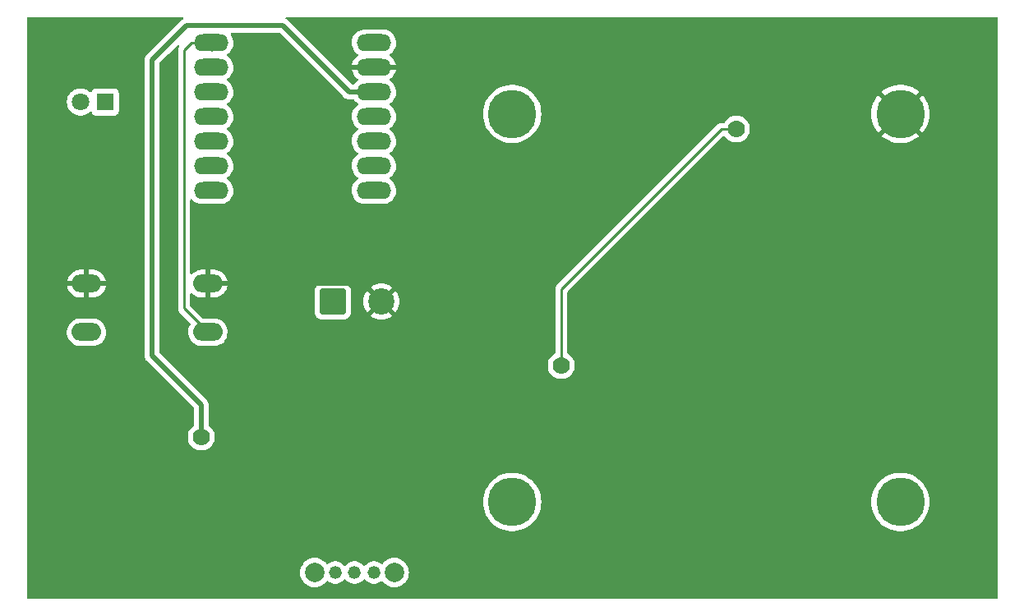
<source format=gbr>
%TF.GenerationSoftware,KiCad,Pcbnew,7.0.9*%
%TF.CreationDate,2024-02-01T23:09:16-08:00*%
%TF.ProjectId,Sensing Device,53656e73-696e-4672-9044-65766963652e,rev?*%
%TF.SameCoordinates,Original*%
%TF.FileFunction,Copper,L2,Bot*%
%TF.FilePolarity,Positive*%
%FSLAX46Y46*%
G04 Gerber Fmt 4.6, Leading zero omitted, Abs format (unit mm)*
G04 Created by KiCad (PCBNEW 7.0.9) date 2024-02-01 23:09:16*
%MOMM*%
%LPD*%
G01*
G04 APERTURE LIST*
G04 Aperture macros list*
%AMRoundRect*
0 Rectangle with rounded corners*
0 $1 Rounding radius*
0 $2 $3 $4 $5 $6 $7 $8 $9 X,Y pos of 4 corners*
0 Add a 4 corners polygon primitive as box body*
4,1,4,$2,$3,$4,$5,$6,$7,$8,$9,$2,$3,0*
0 Add four circle primitives for the rounded corners*
1,1,$1+$1,$2,$3*
1,1,$1+$1,$4,$5*
1,1,$1+$1,$6,$7*
1,1,$1+$1,$8,$9*
0 Add four rect primitives between the rounded corners*
20,1,$1+$1,$2,$3,$4,$5,0*
20,1,$1+$1,$4,$5,$6,$7,0*
20,1,$1+$1,$6,$7,$8,$9,0*
20,1,$1+$1,$8,$9,$2,$3,0*%
G04 Aperture macros list end*
%TA.AperFunction,ComponentPad*%
%ADD10O,3.048000X1.850000*%
%TD*%
%TA.AperFunction,ComponentPad*%
%ADD11C,1.320800*%
%TD*%
%TA.AperFunction,ComponentPad*%
%ADD12C,2.006600*%
%TD*%
%TA.AperFunction,ComponentPad*%
%ADD13O,3.556000X1.778000*%
%TD*%
%TA.AperFunction,ComponentPad*%
%ADD14RoundRect,0.250001X-1.099999X-1.099999X1.099999X-1.099999X1.099999X1.099999X-1.099999X1.099999X0*%
%TD*%
%TA.AperFunction,ComponentPad*%
%ADD15C,2.700000*%
%TD*%
%TA.AperFunction,ComponentPad*%
%ADD16C,5.000000*%
%TD*%
%TA.AperFunction,ComponentPad*%
%ADD17C,1.800000*%
%TD*%
%TA.AperFunction,ComponentPad*%
%ADD18R,1.800000X1.800000*%
%TD*%
%TA.AperFunction,ViaPad*%
%ADD19C,1.778000*%
%TD*%
%TA.AperFunction,Conductor*%
%ADD20C,0.254000*%
%TD*%
%TA.AperFunction,Conductor*%
%ADD21C,0.500000*%
%TD*%
G04 APERTURE END LIST*
D10*
%TO.P,SW1,1,A*%
%TO.N,GND*%
X66150000Y-67500000D03*
X78650000Y-67500000D03*
%TO.P,SW1,2,B*%
%TO.N,/Button*%
X66150000Y-72500000D03*
X78650000Y-72500000D03*
%TD*%
D11*
%TO.P,SW2,1,A*%
%TO.N,VCC*%
X91764099Y-97282000D03*
%TO.P,SW2,2,B*%
%TO.N,Net-(BT1-+)*%
X93764100Y-97282000D03*
%TO.P,SW2,3,C*%
%TO.N,unconnected-(SW2-C-Pad3)*%
X95764101Y-97282000D03*
D12*
%TO.P,SW2,4*%
%TO.N,N/C*%
X89662000Y-97282000D03*
%TO.P,SW2,5*%
X97866200Y-97282000D03*
%TD*%
D13*
%TO.P,U1,14,GPIO44_D7_RX*%
%TO.N,unconnected-(U1-GPIO44_D7_RX-Pad14)*%
X95758000Y-57912000D03*
%TO.P,U1,13,GPIO7_A8_D8_SCK*%
%TO.N,/Id*%
X95758000Y-55372000D03*
%TO.P,U1,12,GPIO8_A9_D9_CIPO*%
%TO.N,unconnected-(U1-GPIO8_A9_D9_CIPO-Pad12)*%
X95758000Y-52832000D03*
%TO.P,U1,11,GPIO9_A10_D10_COPI*%
%TO.N,unconnected-(U1-GPIO9_A10_D10_COPI-Pad11)*%
X95758000Y-50292000D03*
%TO.P,U1,10,3V3*%
%TO.N,/3V3*%
X95758000Y-47752000D03*
%TO.P,U1,9,GND*%
%TO.N,GND*%
X95758000Y-45212000D03*
%TO.P,U1,8,5V*%
%TO.N,unconnected-(U1-5V-Pad8)*%
X95758000Y-42672000D03*
%TO.P,U1,7,GPIO43_TX_D6*%
%TO.N,unconnected-(U1-GPIO43_TX_D6-Pad7)*%
X78994000Y-57912000D03*
%TO.P,U1,6,GPIO6_A5_D5_SCL*%
%TO.N,/SCL_XIAO*%
X78994000Y-55372000D03*
%TO.P,U1,5,GPIO4_A3_D3_SDA*%
%TO.N,/SDA_XIAO*%
X78994000Y-52832000D03*
%TO.P,U1,4,GPIO4_A3_D3*%
%TO.N,/LED*%
X78994000Y-50292000D03*
%TO.P,U1,3,GPIO3_A2_D2*%
%TO.N,unconnected-(U1-GPIO3_A2_D2-Pad3)*%
X78994000Y-47752000D03*
%TO.P,U1,2,GPIO2_A1_D1*%
%TO.N,unconnected-(U1-GPIO2_A1_D1-Pad2)*%
X78994000Y-45212000D03*
%TO.P,U1,1,GPIO1_A0_D0*%
%TO.N,/Button*%
X78994000Y-42672000D03*
%TD*%
D14*
%TO.P,J1,1,Pin_1*%
%TO.N,VCC*%
X91520000Y-69342000D03*
D15*
%TO.P,J1,2,Pin_2*%
%TO.N,GND*%
X96520000Y-69342000D03*
%TD*%
D16*
%TO.P,J2,4*%
%TO.N,N/C*%
X150000000Y-90000000D03*
%TO.P,J2,3*%
X110000000Y-90000000D03*
%TO.P,J2,2,Pin_2*%
%TO.N,GND*%
X150000000Y-50000000D03*
%TO.P,J2,1,Pin_1*%
%TO.N,/Id*%
X110000000Y-50000000D03*
%TD*%
D17*
%TO.P,D1,2,A*%
%TO.N,/LED*%
X65532000Y-48768000D03*
D18*
%TO.P,D1,1,K*%
%TO.N,Net-(D1-K)*%
X68072000Y-48768000D03*
%TD*%
D19*
%TO.N,Net-(C1-Pad1)*%
X133096000Y-51562000D03*
X115062000Y-75946000D03*
%TO.N,/3V3*%
X77978000Y-83312000D03*
%TD*%
D20*
%TO.N,/Button*%
X76200000Y-43434000D02*
X76962000Y-42672000D01*
X76962000Y-42672000D02*
X79756000Y-42672000D01*
D21*
%TO.N,GND*%
X78662000Y-67488000D02*
X94666000Y-67488000D01*
X94666000Y-67488000D02*
X96520000Y-69342000D01*
X78650000Y-67500000D02*
X78662000Y-67488000D01*
D20*
%TO.N,Net-(C1-Pad1)*%
X115062000Y-68072000D02*
X131572000Y-51562000D01*
X131572000Y-51562000D02*
X133096000Y-51562000D01*
X115062000Y-75946000D02*
X115062000Y-68072000D01*
%TO.N,/Button*%
X76200000Y-70050000D02*
X76200000Y-43434000D01*
X78994000Y-43434000D02*
X79756000Y-42672000D01*
X78650000Y-72500000D02*
X76200000Y-70050000D01*
D21*
%TO.N,/3V3*%
X77978000Y-80010000D02*
X72898000Y-74930000D01*
X72898000Y-74930000D02*
X72898000Y-44450000D01*
X76454000Y-40894000D02*
X86360000Y-40894000D01*
X93218000Y-47752000D02*
X94996000Y-47752000D01*
X86360000Y-40894000D02*
X93218000Y-47752000D01*
X77978000Y-83312000D02*
X77978000Y-80010000D01*
X72898000Y-44450000D02*
X76454000Y-40894000D01*
%TD*%
%TA.AperFunction,Conductor*%
%TO.N,GND*%
G36*
X76099586Y-40020185D02*
G01*
X76145341Y-40072989D01*
X76155285Y-40142147D01*
X76126260Y-40205703D01*
X76100689Y-40228098D01*
X76050709Y-40260970D01*
X75985344Y-40301289D01*
X75979677Y-40305770D01*
X75979641Y-40305724D01*
X75973798Y-40310484D01*
X75973835Y-40310528D01*
X75968310Y-40315164D01*
X75915597Y-40371035D01*
X72412358Y-43874272D01*
X72398729Y-43886051D01*
X72379468Y-43900390D01*
X72345898Y-43940397D01*
X72342253Y-43944376D01*
X72336409Y-43950222D01*
X72316059Y-43975959D01*
X72266695Y-44034789D01*
X72262729Y-44040819D01*
X72262682Y-44040788D01*
X72258630Y-44047147D01*
X72258679Y-44047177D01*
X72254889Y-44053321D01*
X72222424Y-44122941D01*
X72187960Y-44191566D01*
X72185488Y-44198357D01*
X72185432Y-44198336D01*
X72182960Y-44205450D01*
X72183015Y-44205469D01*
X72180742Y-44212327D01*
X72172975Y-44249946D01*
X72165207Y-44287565D01*
X72152236Y-44342296D01*
X72147498Y-44362286D01*
X72146661Y-44369454D01*
X72146601Y-44369447D01*
X72145835Y-44376945D01*
X72145895Y-44376951D01*
X72145265Y-44384140D01*
X72147500Y-44460916D01*
X72147500Y-74866294D01*
X72146191Y-74884263D01*
X72142710Y-74908025D01*
X72147264Y-74960064D01*
X72147500Y-74965470D01*
X72147500Y-74973709D01*
X72151306Y-75006274D01*
X72158000Y-75082791D01*
X72159461Y-75089867D01*
X72159403Y-75089878D01*
X72161034Y-75097237D01*
X72161092Y-75097224D01*
X72162757Y-75104250D01*
X72189025Y-75176424D01*
X72213185Y-75249331D01*
X72216236Y-75255874D01*
X72216182Y-75255898D01*
X72219470Y-75262688D01*
X72219521Y-75262663D01*
X72222761Y-75269113D01*
X72222762Y-75269114D01*
X72222763Y-75269117D01*
X72231503Y-75282405D01*
X72264965Y-75333283D01*
X72305287Y-75398655D01*
X72309766Y-75404319D01*
X72309719Y-75404356D01*
X72314482Y-75410202D01*
X72314528Y-75410164D01*
X72319173Y-75415700D01*
X72375017Y-75468385D01*
X77191181Y-80284549D01*
X77224666Y-80345872D01*
X77227500Y-80372230D01*
X77227500Y-82074741D01*
X77207815Y-82141780D01*
X77179663Y-82172594D01*
X77033694Y-82286206D01*
X77033689Y-82286211D01*
X76877728Y-82455629D01*
X76751782Y-82648405D01*
X76659282Y-82859285D01*
X76602753Y-83082515D01*
X76583738Y-83311994D01*
X76583738Y-83312005D01*
X76602753Y-83541484D01*
X76659282Y-83764714D01*
X76751782Y-83975594D01*
X76877728Y-84168370D01*
X76877731Y-84168373D01*
X77033692Y-84337792D01*
X77215411Y-84479229D01*
X77417931Y-84588828D01*
X77531025Y-84627653D01*
X77635725Y-84663597D01*
X77635727Y-84663597D01*
X77635729Y-84663598D01*
X77862863Y-84701500D01*
X77862864Y-84701500D01*
X78093136Y-84701500D01*
X78093137Y-84701500D01*
X78320271Y-84663598D01*
X78538069Y-84588828D01*
X78740589Y-84479229D01*
X78922308Y-84337792D01*
X79078269Y-84168373D01*
X79204217Y-83975595D01*
X79296717Y-83764716D01*
X79353246Y-83541488D01*
X79372262Y-83312000D01*
X79353246Y-83082512D01*
X79296717Y-82859284D01*
X79204217Y-82648405D01*
X79078271Y-82455629D01*
X79051355Y-82426390D01*
X78922308Y-82286208D01*
X78873753Y-82248416D01*
X78776337Y-82172594D01*
X78735524Y-82115884D01*
X78728500Y-82074741D01*
X78728500Y-80073705D01*
X78729809Y-80055735D01*
X78730129Y-80053547D01*
X78733289Y-80031977D01*
X78728735Y-79979931D01*
X78728500Y-79974528D01*
X78728500Y-79966297D01*
X78728500Y-79966291D01*
X78724693Y-79933724D01*
X78717999Y-79857203D01*
X78717999Y-79857201D01*
X78716539Y-79850129D01*
X78716597Y-79850116D01*
X78714965Y-79842757D01*
X78714906Y-79842772D01*
X78713242Y-79835753D01*
X78713241Y-79835745D01*
X78686974Y-79763576D01*
X78662814Y-79690666D01*
X78662809Y-79690659D01*
X78659760Y-79684118D01*
X78659815Y-79684091D01*
X78656533Y-79677313D01*
X78656480Y-79677340D01*
X78653235Y-79670880D01*
X78611028Y-79606708D01*
X78570710Y-79541342D01*
X78566234Y-79535682D01*
X78566281Y-79535644D01*
X78561519Y-79529799D01*
X78561474Y-79529838D01*
X78556834Y-79524308D01*
X78500964Y-79471596D01*
X74975373Y-75946005D01*
X113667738Y-75946005D01*
X113686753Y-76175484D01*
X113743282Y-76398714D01*
X113835782Y-76609594D01*
X113961728Y-76802370D01*
X113961731Y-76802373D01*
X114117692Y-76971792D01*
X114299411Y-77113229D01*
X114501931Y-77222828D01*
X114615025Y-77261653D01*
X114719725Y-77297597D01*
X114719727Y-77297597D01*
X114719729Y-77297598D01*
X114946863Y-77335500D01*
X114946864Y-77335500D01*
X115177136Y-77335500D01*
X115177137Y-77335500D01*
X115404271Y-77297598D01*
X115622069Y-77222828D01*
X115824589Y-77113229D01*
X116006308Y-76971792D01*
X116162269Y-76802373D01*
X116288217Y-76609595D01*
X116380717Y-76398716D01*
X116437246Y-76175488D01*
X116456262Y-75946000D01*
X116437246Y-75716512D01*
X116380717Y-75493284D01*
X116288217Y-75282405D01*
X116270899Y-75255898D01*
X116162271Y-75089629D01*
X116055559Y-74973709D01*
X116006308Y-74920208D01*
X115937039Y-74866294D01*
X115824591Y-74778772D01*
X115824586Y-74778769D01*
X115754481Y-74740829D01*
X115704891Y-74691609D01*
X115689500Y-74631775D01*
X115689500Y-68383281D01*
X115709185Y-68316242D01*
X115725819Y-68295600D01*
X117946419Y-66075000D01*
X131732586Y-52288832D01*
X131793907Y-52255349D01*
X131863599Y-52260333D01*
X131919532Y-52302205D01*
X131924074Y-52308694D01*
X131995728Y-52418370D01*
X132036102Y-52462227D01*
X132151692Y-52587792D01*
X132333411Y-52729229D01*
X132535931Y-52838828D01*
X132649025Y-52877653D01*
X132753725Y-52913597D01*
X132753727Y-52913597D01*
X132753729Y-52913598D01*
X132980863Y-52951500D01*
X132980864Y-52951500D01*
X133211136Y-52951500D01*
X133211137Y-52951500D01*
X133438271Y-52913598D01*
X133656069Y-52838828D01*
X133858589Y-52729229D01*
X134040308Y-52587792D01*
X134196269Y-52418373D01*
X134322217Y-52225595D01*
X134414717Y-52014716D01*
X134471246Y-51791488D01*
X134485907Y-51614561D01*
X134490262Y-51562005D01*
X134490262Y-51561994D01*
X134474932Y-51376994D01*
X134471246Y-51332512D01*
X134414717Y-51109284D01*
X134322217Y-50898405D01*
X134309096Y-50878322D01*
X134196271Y-50705629D01*
X134169355Y-50676390D01*
X134040308Y-50536208D01*
X133954121Y-50469126D01*
X133858591Y-50394772D01*
X133656069Y-50285172D01*
X133656061Y-50285169D01*
X133438274Y-50210402D01*
X133267920Y-50181975D01*
X133211137Y-50172500D01*
X132980863Y-50172500D01*
X132935436Y-50180080D01*
X132753725Y-50210402D01*
X132535938Y-50285169D01*
X132535930Y-50285172D01*
X132333408Y-50394772D01*
X132151694Y-50536206D01*
X132151689Y-50536211D01*
X131995731Y-50705627D01*
X131882904Y-50878322D01*
X131829757Y-50923678D01*
X131779095Y-50934500D01*
X131654967Y-50934500D01*
X131639318Y-50932772D01*
X131639292Y-50933054D01*
X131631524Y-50932319D01*
X131562140Y-50934500D01*
X131532522Y-50934500D01*
X131525618Y-50935371D01*
X131519800Y-50935829D01*
X131473057Y-50937298D01*
X131453713Y-50942918D01*
X131434669Y-50946862D01*
X131431709Y-50947235D01*
X131414707Y-50949384D01*
X131414703Y-50949385D01*
X131414700Y-50949386D01*
X131371235Y-50966594D01*
X131365710Y-50968485D01*
X131320809Y-50981531D01*
X131320806Y-50981533D01*
X131303480Y-50991779D01*
X131286010Y-51000337D01*
X131267298Y-51007745D01*
X131229463Y-51035233D01*
X131224580Y-51038440D01*
X131184346Y-51062234D01*
X131170106Y-51076474D01*
X131155320Y-51089102D01*
X131139033Y-51100936D01*
X131139032Y-51100936D01*
X131109227Y-51136963D01*
X131105295Y-51141285D01*
X114676953Y-67569626D01*
X114664669Y-67579469D01*
X114664849Y-67579687D01*
X114658838Y-67584659D01*
X114611322Y-67635258D01*
X114590375Y-67656205D01*
X114586106Y-67661709D01*
X114582315Y-67666147D01*
X114550308Y-67700230D01*
X114550305Y-67700234D01*
X114540606Y-67717877D01*
X114529928Y-67734133D01*
X114517594Y-67750034D01*
X114517589Y-67750042D01*
X114499025Y-67792943D01*
X114496454Y-67798191D01*
X114473927Y-67839167D01*
X114468920Y-67858668D01*
X114462621Y-67877064D01*
X114455893Y-67892612D01*
X114454625Y-67895544D01*
X114454624Y-67895546D01*
X114447312Y-67941716D01*
X114446127Y-67947438D01*
X114434500Y-67992723D01*
X114434500Y-68012858D01*
X114432973Y-68032255D01*
X114429825Y-68052133D01*
X114434225Y-68098677D01*
X114434500Y-68104515D01*
X114434500Y-74631775D01*
X114414815Y-74698814D01*
X114369519Y-74740829D01*
X114299413Y-74778769D01*
X114299408Y-74778772D01*
X114117694Y-74920206D01*
X114117689Y-74920211D01*
X113961728Y-75089629D01*
X113835782Y-75282405D01*
X113743282Y-75493285D01*
X113686753Y-75716515D01*
X113667738Y-75945994D01*
X113667738Y-75946005D01*
X74975373Y-75946005D01*
X73684819Y-74655451D01*
X73651334Y-74594128D01*
X73648500Y-74567770D01*
X73648500Y-44812229D01*
X73668185Y-44745190D01*
X73684819Y-44724548D01*
X74581990Y-43827377D01*
X75488805Y-42920561D01*
X75550126Y-42887078D01*
X75619818Y-42892062D01*
X75675751Y-42933934D01*
X75700168Y-42999398D01*
X75685316Y-43067671D01*
X75685145Y-43067984D01*
X75678607Y-43079876D01*
X75667928Y-43096133D01*
X75655594Y-43112034D01*
X75655589Y-43112042D01*
X75637025Y-43154943D01*
X75634454Y-43160191D01*
X75611927Y-43201167D01*
X75606920Y-43220668D01*
X75600621Y-43239064D01*
X75593893Y-43254612D01*
X75592625Y-43257544D01*
X75592624Y-43257546D01*
X75585312Y-43303716D01*
X75584127Y-43309438D01*
X75572500Y-43354723D01*
X75572500Y-43374858D01*
X75570973Y-43394257D01*
X75567825Y-43414131D01*
X75572225Y-43460677D01*
X75572500Y-43466515D01*
X75572500Y-69967032D01*
X75570772Y-69982681D01*
X75571054Y-69982708D01*
X75570319Y-69990475D01*
X75572500Y-70059859D01*
X75572500Y-70089477D01*
X75573371Y-70096380D01*
X75573829Y-70102199D01*
X75575298Y-70148942D01*
X75580916Y-70168275D01*
X75584862Y-70187329D01*
X75587383Y-70207287D01*
X75587386Y-70207299D01*
X75604595Y-70250765D01*
X75606487Y-70256293D01*
X75619530Y-70301187D01*
X75619530Y-70301188D01*
X75629777Y-70318515D01*
X75638335Y-70335985D01*
X75645745Y-70354701D01*
X75673229Y-70392529D01*
X75676437Y-70397413D01*
X75700234Y-70437652D01*
X75700240Y-70437660D01*
X75714469Y-70451888D01*
X75727109Y-70466687D01*
X75738934Y-70482964D01*
X75738936Y-70482965D01*
X75738937Y-70482967D01*
X75774957Y-70512765D01*
X75779268Y-70516687D01*
X76317396Y-71054815D01*
X76833632Y-71571051D01*
X76867117Y-71632374D01*
X76862133Y-71702066D01*
X76845649Y-71732463D01*
X76832759Y-71749892D01*
X76723515Y-71966565D01*
X76723512Y-71966571D01*
X76652456Y-72198594D01*
X76621635Y-72439281D01*
X76631933Y-72681715D01*
X76631933Y-72681719D01*
X76683056Y-72918929D01*
X76683057Y-72918932D01*
X76773530Y-73144082D01*
X76900757Y-73350713D01*
X77061075Y-73532869D01*
X77061079Y-73532873D01*
X77249870Y-73685311D01*
X77461709Y-73803652D01*
X77461712Y-73803653D01*
X77690507Y-73884491D01*
X77690513Y-73884492D01*
X77929662Y-73925499D01*
X77929670Y-73925499D01*
X77929672Y-73925500D01*
X77929673Y-73925500D01*
X79309559Y-73925500D01*
X79490775Y-73910076D01*
X79490775Y-73910075D01*
X79490782Y-73910075D01*
X79725608Y-73848931D01*
X79725611Y-73848930D01*
X79946713Y-73748986D01*
X79946716Y-73748983D01*
X79946723Y-73748981D01*
X80147765Y-73613100D01*
X80322952Y-73445197D01*
X80467244Y-73250102D01*
X80576488Y-73033429D01*
X80647543Y-72801409D01*
X80678365Y-72560719D01*
X80668066Y-72318281D01*
X80616944Y-72081072D01*
X80526468Y-71855914D01*
X80399242Y-71649286D01*
X80238925Y-71467131D01*
X80238924Y-71467130D01*
X80238920Y-71467126D01*
X80050129Y-71314688D01*
X79838290Y-71196347D01*
X79609500Y-71115511D01*
X79609486Y-71115507D01*
X79370337Y-71074500D01*
X79370328Y-71074500D01*
X78163281Y-71074500D01*
X78096242Y-71054815D01*
X78075600Y-71038181D01*
X77529434Y-70492015D01*
X89669500Y-70492015D01*
X89680000Y-70594795D01*
X89680001Y-70594796D01*
X89735186Y-70761335D01*
X89735187Y-70761337D01*
X89827286Y-70910651D01*
X89827289Y-70910655D01*
X89951344Y-71034710D01*
X89951348Y-71034713D01*
X90100662Y-71126812D01*
X90100664Y-71126813D01*
X90100666Y-71126814D01*
X90267203Y-71181999D01*
X90369992Y-71192500D01*
X90369997Y-71192500D01*
X92670003Y-71192500D01*
X92670008Y-71192500D01*
X92772797Y-71181999D01*
X92939334Y-71126814D01*
X93088655Y-71034711D01*
X93212711Y-70910655D01*
X93304814Y-70761334D01*
X93359999Y-70594797D01*
X93370500Y-70492008D01*
X93370500Y-69342001D01*
X94665274Y-69342001D01*
X94684152Y-69605960D01*
X94740400Y-69864528D01*
X94832884Y-70112487D01*
X94959701Y-70344735D01*
X94959706Y-70344743D01*
X95047038Y-70461406D01*
X95047039Y-70461406D01*
X95768766Y-69739679D01*
X95812316Y-69821822D01*
X95932009Y-69962735D01*
X96079195Y-70074623D01*
X96121402Y-70094150D01*
X95400592Y-70814959D01*
X95400593Y-70814960D01*
X95517256Y-70902293D01*
X95517264Y-70902298D01*
X95749513Y-71029115D01*
X95749512Y-71029115D01*
X95997471Y-71121599D01*
X96256039Y-71177847D01*
X96519999Y-71196726D01*
X96520001Y-71196726D01*
X96783960Y-71177847D01*
X97042528Y-71121599D01*
X97290487Y-71029115D01*
X97522735Y-70902298D01*
X97522736Y-70902297D01*
X97639406Y-70814959D01*
X96918609Y-70094161D01*
X97037431Y-70022669D01*
X97171658Y-69895523D01*
X97274861Y-69743308D01*
X97992959Y-70461406D01*
X98080297Y-70344736D01*
X98080298Y-70344735D01*
X98207115Y-70112487D01*
X98299599Y-69864528D01*
X98355847Y-69605960D01*
X98374726Y-69342001D01*
X98374726Y-69341998D01*
X98355847Y-69078039D01*
X98299599Y-68819471D01*
X98207115Y-68571512D01*
X98080298Y-68339264D01*
X98080293Y-68339256D01*
X97992960Y-68222593D01*
X97992959Y-68222592D01*
X97271232Y-68944319D01*
X97227684Y-68862178D01*
X97107991Y-68721265D01*
X96960805Y-68609377D01*
X96918596Y-68589849D01*
X97639406Y-67869039D01*
X97639406Y-67869038D01*
X97522743Y-67781706D01*
X97522735Y-67781701D01*
X97290486Y-67654884D01*
X97290487Y-67654884D01*
X97042528Y-67562400D01*
X96783960Y-67506152D01*
X96520001Y-67487274D01*
X96519999Y-67487274D01*
X96256039Y-67506152D01*
X95997471Y-67562400D01*
X95749512Y-67654884D01*
X95517264Y-67781701D01*
X95400593Y-67869039D01*
X96121391Y-68589837D01*
X96002569Y-68661331D01*
X95868342Y-68788477D01*
X95765138Y-68940692D01*
X95047039Y-68222593D01*
X94959701Y-68339264D01*
X94832884Y-68571512D01*
X94740400Y-68819471D01*
X94684152Y-69078039D01*
X94665274Y-69341998D01*
X94665274Y-69342001D01*
X93370500Y-69342001D01*
X93370500Y-68191992D01*
X93359999Y-68089203D01*
X93304814Y-67922666D01*
X93302420Y-67918785D01*
X93212713Y-67773348D01*
X93212710Y-67773344D01*
X93088655Y-67649289D01*
X93088651Y-67649286D01*
X92939337Y-67557187D01*
X92939335Y-67557186D01*
X92856065Y-67529593D01*
X92772797Y-67502001D01*
X92772795Y-67502000D01*
X92670015Y-67491500D01*
X92670008Y-67491500D01*
X90369992Y-67491500D01*
X90369984Y-67491500D01*
X90267204Y-67502000D01*
X90267203Y-67502001D01*
X90100664Y-67557186D01*
X90100662Y-67557187D01*
X89951348Y-67649286D01*
X89951344Y-67649289D01*
X89827289Y-67773344D01*
X89827286Y-67773348D01*
X89735187Y-67922662D01*
X89735186Y-67922664D01*
X89680001Y-68089203D01*
X89680000Y-68089204D01*
X89669500Y-68191984D01*
X89669500Y-70492015D01*
X77529434Y-70492015D01*
X76863819Y-69826400D01*
X76830334Y-69765077D01*
X76827500Y-69738719D01*
X76827500Y-68595298D01*
X76847185Y-68528259D01*
X76899989Y-68482504D01*
X76969147Y-68472560D01*
X77032703Y-68501585D01*
X77044584Y-68513375D01*
X77061423Y-68532508D01*
X77061426Y-68532511D01*
X77250144Y-68684890D01*
X77250150Y-68684894D01*
X77461917Y-68803194D01*
X77690629Y-68884003D01*
X77690637Y-68884005D01*
X77929706Y-68924999D01*
X77929715Y-68925000D01*
X78400000Y-68925000D01*
X78400000Y-68104310D01*
X78408817Y-68109158D01*
X78567886Y-68150000D01*
X78690894Y-68150000D01*
X78812933Y-68134583D01*
X78900000Y-68100110D01*
X78900000Y-68925000D01*
X79309539Y-68925000D01*
X79490692Y-68909582D01*
X79725440Y-68848458D01*
X79946472Y-68748546D01*
X79946480Y-68748541D01*
X80147450Y-68612708D01*
X80147453Y-68612706D01*
X80322575Y-68444864D01*
X80322576Y-68444863D01*
X80466813Y-68249843D01*
X80576021Y-68033242D01*
X80647053Y-67801299D01*
X80653622Y-67750000D01*
X79250728Y-67750000D01*
X79273100Y-67702457D01*
X79303873Y-67541138D01*
X79293561Y-67377234D01*
X79252220Y-67250000D01*
X80652839Y-67250000D01*
X80616463Y-67081217D01*
X80616462Y-67081214D01*
X80526021Y-66856143D01*
X80398838Y-66649584D01*
X80238577Y-66467492D01*
X80238573Y-66467488D01*
X80049855Y-66315109D01*
X80049849Y-66315105D01*
X79838082Y-66196805D01*
X79609370Y-66115996D01*
X79609362Y-66115994D01*
X79370293Y-66075000D01*
X78900000Y-66075000D01*
X78900000Y-66895689D01*
X78891183Y-66890842D01*
X78732114Y-66850000D01*
X78609106Y-66850000D01*
X78487067Y-66865417D01*
X78400000Y-66899889D01*
X78400000Y-66075000D01*
X77990461Y-66075000D01*
X77809307Y-66090417D01*
X77574559Y-66151541D01*
X77353527Y-66251453D01*
X77353519Y-66251458D01*
X77152549Y-66387291D01*
X77152547Y-66387293D01*
X77037300Y-66497749D01*
X76975280Y-66529924D01*
X76905710Y-66523462D01*
X76850678Y-66480413D01*
X76827656Y-66414445D01*
X76827500Y-66408226D01*
X76827500Y-58892208D01*
X76847185Y-58825169D01*
X76899989Y-58779414D01*
X76969147Y-58769470D01*
X77032703Y-58798495D01*
X77044576Y-58810277D01*
X77140075Y-58918785D01*
X77140076Y-58918786D01*
X77140079Y-58918789D01*
X77324102Y-59067377D01*
X77530594Y-59182730D01*
X77753611Y-59261527D01*
X77753617Y-59261528D01*
X77986726Y-59301499D01*
X77986734Y-59301499D01*
X77986736Y-59301500D01*
X77986737Y-59301500D01*
X79942033Y-59301500D01*
X80118671Y-59286466D01*
X80118674Y-59286465D01*
X80118676Y-59286465D01*
X80347571Y-59226865D01*
X80563102Y-59129439D01*
X80759068Y-58996990D01*
X80929831Y-58833327D01*
X81070478Y-58643159D01*
X81176964Y-58431957D01*
X81246224Y-58205797D01*
X81276267Y-57971185D01*
X81266229Y-57734871D01*
X81216397Y-57503652D01*
X81128207Y-57284180D01*
X81004193Y-57082770D01*
X80847925Y-56905215D01*
X80847924Y-56905214D01*
X80847920Y-56905210D01*
X80663897Y-56756622D01*
X80649102Y-56748357D01*
X80600177Y-56698476D01*
X80585985Y-56630063D01*
X80611034Y-56564838D01*
X80640136Y-56537372D01*
X80759068Y-56456990D01*
X80929831Y-56293327D01*
X81070478Y-56103159D01*
X81176964Y-55891957D01*
X81246224Y-55665797D01*
X81276267Y-55431185D01*
X81266229Y-55194871D01*
X81216397Y-54963652D01*
X81128207Y-54744180D01*
X81004193Y-54542770D01*
X80847925Y-54365215D01*
X80847924Y-54365214D01*
X80847920Y-54365210D01*
X80663897Y-54216622D01*
X80649102Y-54208357D01*
X80600177Y-54158476D01*
X80585985Y-54090063D01*
X80611034Y-54024838D01*
X80640136Y-53997372D01*
X80759068Y-53916990D01*
X80929831Y-53753327D01*
X81070478Y-53563159D01*
X81176964Y-53351957D01*
X81246224Y-53125797D01*
X81276267Y-52891185D01*
X81266229Y-52654871D01*
X81216397Y-52423652D01*
X81128207Y-52204180D01*
X81004193Y-52002770D01*
X80847925Y-51825215D01*
X80847924Y-51825214D01*
X80847920Y-51825210D01*
X80663897Y-51676622D01*
X80649102Y-51668357D01*
X80600177Y-51618476D01*
X80585985Y-51550063D01*
X80611034Y-51484838D01*
X80640136Y-51457372D01*
X80759068Y-51376990D01*
X80929831Y-51213327D01*
X81070478Y-51023159D01*
X81176964Y-50811957D01*
X81246224Y-50585797D01*
X81276267Y-50351185D01*
X81266229Y-50114871D01*
X81216397Y-49883652D01*
X81128207Y-49664180D01*
X81004193Y-49462770D01*
X80847925Y-49285215D01*
X80847924Y-49285214D01*
X80847920Y-49285210D01*
X80663897Y-49136622D01*
X80649102Y-49128357D01*
X80600177Y-49078476D01*
X80585985Y-49010063D01*
X80611034Y-48944838D01*
X80640136Y-48917372D01*
X80759068Y-48836990D01*
X80929831Y-48673327D01*
X81070478Y-48483159D01*
X81176964Y-48271957D01*
X81246224Y-48045797D01*
X81276267Y-47811185D01*
X81266229Y-47574871D01*
X81216397Y-47343652D01*
X81128207Y-47124180D01*
X81004193Y-46922770D01*
X80847925Y-46745215D01*
X80847924Y-46745214D01*
X80847920Y-46745210D01*
X80663897Y-46596622D01*
X80649102Y-46588357D01*
X80600177Y-46538476D01*
X80585985Y-46470063D01*
X80611034Y-46404838D01*
X80640136Y-46377372D01*
X80759068Y-46296990D01*
X80929831Y-46133327D01*
X81070478Y-45943159D01*
X81176964Y-45731957D01*
X81246224Y-45505797D01*
X81276267Y-45271185D01*
X81266229Y-45034871D01*
X81216397Y-44803652D01*
X81128207Y-44584180D01*
X81004193Y-44382770D01*
X80847925Y-44205215D01*
X80847924Y-44205214D01*
X80847920Y-44205210D01*
X80663897Y-44056622D01*
X80649102Y-44048357D01*
X80600177Y-43998476D01*
X80585985Y-43930063D01*
X80611034Y-43864838D01*
X80640136Y-43837372D01*
X80759068Y-43756990D01*
X80929831Y-43593327D01*
X81070478Y-43403159D01*
X81176964Y-43191957D01*
X81246224Y-42965797D01*
X81276267Y-42731185D01*
X81266229Y-42494871D01*
X81216397Y-42263652D01*
X81128207Y-42044180D01*
X81004193Y-41842770D01*
X81004189Y-41842763D01*
X81003799Y-41842236D01*
X81003702Y-41841973D01*
X81001431Y-41838284D01*
X81002181Y-41837821D01*
X80979760Y-41776632D01*
X80995006Y-41708446D01*
X81044695Y-41659327D01*
X81103493Y-41644500D01*
X85997770Y-41644500D01*
X86064809Y-41664185D01*
X86085451Y-41680819D01*
X92642267Y-48237634D01*
X92654048Y-48251266D01*
X92668390Y-48270530D01*
X92708420Y-48304119D01*
X92712392Y-48307759D01*
X92716332Y-48311699D01*
X92718224Y-48313591D01*
X92718227Y-48313594D01*
X92743947Y-48333931D01*
X92802788Y-48383304D01*
X92808818Y-48387270D01*
X92808785Y-48387319D01*
X92815143Y-48391369D01*
X92815175Y-48391319D01*
X92821320Y-48395109D01*
X92821323Y-48395111D01*
X92890936Y-48427572D01*
X92959567Y-48462040D01*
X92959572Y-48462041D01*
X92966361Y-48464513D01*
X92966340Y-48464570D01*
X92973455Y-48467043D01*
X92973475Y-48466986D01*
X92980330Y-48469258D01*
X93047668Y-48483161D01*
X93055558Y-48484790D01*
X93130279Y-48502500D01*
X93130289Y-48502500D01*
X93137452Y-48503338D01*
X93137444Y-48503397D01*
X93144945Y-48504164D01*
X93144951Y-48504105D01*
X93152140Y-48504734D01*
X93152144Y-48504733D01*
X93152145Y-48504734D01*
X93228918Y-48502500D01*
X93630060Y-48502500D01*
X93697099Y-48522185D01*
X93735650Y-48561486D01*
X93747806Y-48581229D01*
X93904075Y-48758785D01*
X93904079Y-48758789D01*
X94035780Y-48865130D01*
X94088102Y-48907377D01*
X94102892Y-48915639D01*
X94151819Y-48965516D01*
X94166014Y-49033928D01*
X94140970Y-49099155D01*
X94111858Y-49126629D01*
X93992942Y-49207002D01*
X93992932Y-49207010D01*
X93822168Y-49370674D01*
X93681524Y-49560838D01*
X93681521Y-49560842D01*
X93575039Y-49772037D01*
X93575036Y-49772043D01*
X93505775Y-49998206D01*
X93475733Y-50232815D01*
X93485770Y-50469125D01*
X93485770Y-50469126D01*
X93535603Y-50700348D01*
X93615187Y-50898405D01*
X93623793Y-50919820D01*
X93668100Y-50991779D01*
X93747806Y-51121229D01*
X93904075Y-51298785D01*
X93904079Y-51298789D01*
X94088102Y-51447377D01*
X94102892Y-51455639D01*
X94151819Y-51505516D01*
X94166014Y-51573928D01*
X94140970Y-51639155D01*
X94111858Y-51666629D01*
X93992942Y-51747002D01*
X93992932Y-51747010D01*
X93822168Y-51910674D01*
X93681524Y-52100838D01*
X93681521Y-52100842D01*
X93575039Y-52312037D01*
X93575036Y-52312043D01*
X93505775Y-52538206D01*
X93475733Y-52772815D01*
X93485770Y-53009125D01*
X93485770Y-53009126D01*
X93535603Y-53240348D01*
X93623791Y-53459816D01*
X93747806Y-53661229D01*
X93904075Y-53838785D01*
X93904079Y-53838789D01*
X94088102Y-53987377D01*
X94102892Y-53995639D01*
X94151819Y-54045516D01*
X94166014Y-54113928D01*
X94140970Y-54179155D01*
X94111858Y-54206629D01*
X93992942Y-54287002D01*
X93992932Y-54287010D01*
X93822168Y-54450674D01*
X93681524Y-54640838D01*
X93681521Y-54640842D01*
X93575039Y-54852037D01*
X93575036Y-54852043D01*
X93505775Y-55078206D01*
X93475733Y-55312815D01*
X93485770Y-55549125D01*
X93485770Y-55549126D01*
X93535603Y-55780348D01*
X93623791Y-55999816D01*
X93747806Y-56201229D01*
X93904075Y-56378785D01*
X93904079Y-56378789D01*
X94088102Y-56527377D01*
X94102892Y-56535639D01*
X94151819Y-56585516D01*
X94166014Y-56653928D01*
X94140970Y-56719155D01*
X94111858Y-56746629D01*
X93992942Y-56827002D01*
X93992932Y-56827010D01*
X93822168Y-56990674D01*
X93681524Y-57180838D01*
X93681521Y-57180842D01*
X93575039Y-57392037D01*
X93575036Y-57392043D01*
X93505775Y-57618206D01*
X93475733Y-57852815D01*
X93485770Y-58089125D01*
X93485770Y-58089126D01*
X93535603Y-58320348D01*
X93623791Y-58539816D01*
X93747806Y-58741229D01*
X93904075Y-58918785D01*
X93904079Y-58918789D01*
X94088102Y-59067377D01*
X94294594Y-59182730D01*
X94517611Y-59261527D01*
X94517617Y-59261528D01*
X94750726Y-59301499D01*
X94750734Y-59301499D01*
X94750736Y-59301500D01*
X94750737Y-59301500D01*
X96706033Y-59301500D01*
X96882671Y-59286466D01*
X96882674Y-59286465D01*
X96882676Y-59286465D01*
X97111571Y-59226865D01*
X97327102Y-59129439D01*
X97523068Y-58996990D01*
X97693831Y-58833327D01*
X97834478Y-58643159D01*
X97940964Y-58431957D01*
X98010224Y-58205797D01*
X98040267Y-57971185D01*
X98030229Y-57734871D01*
X97980397Y-57503652D01*
X97892207Y-57284180D01*
X97768193Y-57082770D01*
X97611925Y-56905215D01*
X97611924Y-56905214D01*
X97611920Y-56905210D01*
X97427897Y-56756622D01*
X97413102Y-56748357D01*
X97364177Y-56698476D01*
X97349985Y-56630063D01*
X97375034Y-56564838D01*
X97404136Y-56537372D01*
X97523068Y-56456990D01*
X97693831Y-56293327D01*
X97834478Y-56103159D01*
X97940964Y-55891957D01*
X98010224Y-55665797D01*
X98040267Y-55431185D01*
X98030229Y-55194871D01*
X97980397Y-54963652D01*
X97892207Y-54744180D01*
X97768193Y-54542770D01*
X97611925Y-54365215D01*
X97611924Y-54365214D01*
X97611920Y-54365210D01*
X97427897Y-54216622D01*
X97413102Y-54208357D01*
X97364177Y-54158476D01*
X97349985Y-54090063D01*
X97375034Y-54024838D01*
X97404136Y-53997372D01*
X97523068Y-53916990D01*
X97693831Y-53753327D01*
X97834478Y-53563159D01*
X97940964Y-53351957D01*
X98010224Y-53125797D01*
X98040267Y-52891185D01*
X98030229Y-52654871D01*
X97980397Y-52423652D01*
X97892207Y-52204180D01*
X97768193Y-52002770D01*
X97611925Y-51825215D01*
X97611924Y-51825214D01*
X97611920Y-51825210D01*
X97427897Y-51676622D01*
X97413102Y-51668357D01*
X97364177Y-51618476D01*
X97349985Y-51550063D01*
X97375034Y-51484838D01*
X97404136Y-51457372D01*
X97523068Y-51376990D01*
X97693831Y-51213327D01*
X97834478Y-51023159D01*
X97940964Y-50811957D01*
X98010224Y-50585797D01*
X98040267Y-50351185D01*
X98030229Y-50114871D01*
X98005473Y-50000003D01*
X106994415Y-50000003D01*
X107014738Y-50348927D01*
X107014739Y-50348938D01*
X107075428Y-50693127D01*
X107075430Y-50693134D01*
X107175674Y-51027972D01*
X107314107Y-51348895D01*
X107314113Y-51348908D01*
X107488870Y-51651597D01*
X107697584Y-51931949D01*
X107697589Y-51931955D01*
X107764400Y-52002770D01*
X107937442Y-52186183D01*
X108113903Y-52334251D01*
X108205186Y-52410847D01*
X108205194Y-52410853D01*
X108497203Y-52602911D01*
X108497207Y-52602913D01*
X108809549Y-52759777D01*
X109137989Y-52879319D01*
X109478086Y-52959923D01*
X109825241Y-53000500D01*
X109825248Y-53000500D01*
X110174752Y-53000500D01*
X110174759Y-53000500D01*
X110521914Y-52959923D01*
X110862011Y-52879319D01*
X111190451Y-52759777D01*
X111502793Y-52602913D01*
X111794811Y-52410849D01*
X112062558Y-52186183D01*
X112302412Y-51931953D01*
X112511130Y-51651596D01*
X112685889Y-51348904D01*
X112824326Y-51027971D01*
X112924569Y-50693136D01*
X112943497Y-50585793D01*
X112985260Y-50348938D01*
X112985259Y-50348938D01*
X112985262Y-50348927D01*
X113005585Y-50000003D01*
X146994916Y-50000003D01*
X147015235Y-50348869D01*
X147015236Y-50348880D01*
X147075914Y-50693002D01*
X147075916Y-50693011D01*
X147176145Y-51027800D01*
X147314555Y-51348670D01*
X147314561Y-51348683D01*
X147489289Y-51651322D01*
X147697972Y-51931631D01*
X147697976Y-51931636D01*
X147706147Y-51940297D01*
X147706149Y-51940298D01*
X148702266Y-50944180D01*
X148865130Y-51134870D01*
X149055818Y-51297732D01*
X148062817Y-52290733D01*
X148062818Y-52290734D01*
X148205480Y-52410442D01*
X148497461Y-52602480D01*
X148809739Y-52759314D01*
X148809745Y-52759316D01*
X149138130Y-52878838D01*
X149138133Y-52878839D01*
X149478171Y-52959429D01*
X149825276Y-52999999D01*
X149825277Y-53000000D01*
X150174723Y-53000000D01*
X150174723Y-52999999D01*
X150521827Y-52959429D01*
X150521829Y-52959429D01*
X150861866Y-52878839D01*
X150861869Y-52878838D01*
X151190254Y-52759316D01*
X151190260Y-52759314D01*
X151502538Y-52602480D01*
X151794515Y-52410445D01*
X151937180Y-52290734D01*
X151937181Y-52290733D01*
X150944180Y-51297733D01*
X151134870Y-51134870D01*
X151297733Y-50944180D01*
X152293850Y-51940297D01*
X152302032Y-51931625D01*
X152510710Y-51651322D01*
X152685438Y-51348683D01*
X152685444Y-51348670D01*
X152823854Y-51027800D01*
X152924083Y-50693011D01*
X152924085Y-50693002D01*
X152984763Y-50348880D01*
X152984764Y-50348869D01*
X153005084Y-50000003D01*
X153005084Y-49999996D01*
X152984764Y-49651130D01*
X152984763Y-49651119D01*
X152924085Y-49306997D01*
X152924083Y-49306988D01*
X152823854Y-48972199D01*
X152685444Y-48651329D01*
X152685438Y-48651316D01*
X152510710Y-48348677D01*
X152302029Y-48068371D01*
X152293850Y-48059701D01*
X152293850Y-48059700D01*
X151297732Y-49055818D01*
X151134870Y-48865130D01*
X150944180Y-48702266D01*
X151937181Y-47709265D01*
X151937180Y-47709264D01*
X151794519Y-47589557D01*
X151502538Y-47397519D01*
X151190260Y-47240685D01*
X151190254Y-47240683D01*
X150861869Y-47121161D01*
X150861866Y-47121160D01*
X150521828Y-47040570D01*
X150174723Y-47000000D01*
X149825277Y-47000000D01*
X149478172Y-47040570D01*
X149478170Y-47040570D01*
X149138133Y-47121160D01*
X149138130Y-47121161D01*
X148809745Y-47240683D01*
X148809739Y-47240685D01*
X148497461Y-47397519D01*
X148205485Y-47589554D01*
X148062817Y-47709264D01*
X149055819Y-48702266D01*
X148865130Y-48865130D01*
X148702266Y-49055819D01*
X147706148Y-48059701D01*
X147706146Y-48059701D01*
X147697973Y-48068366D01*
X147489289Y-48348677D01*
X147314561Y-48651316D01*
X147314555Y-48651329D01*
X147176145Y-48972199D01*
X147075916Y-49306988D01*
X147075914Y-49306997D01*
X147015236Y-49651119D01*
X147015235Y-49651130D01*
X146994916Y-49999996D01*
X146994916Y-50000003D01*
X113005585Y-50000003D01*
X113005585Y-50000000D01*
X113005480Y-49998203D01*
X113001554Y-49930796D01*
X112985262Y-49651073D01*
X112959337Y-49504044D01*
X112924571Y-49306872D01*
X112924569Y-49306865D01*
X112924420Y-49306366D01*
X112824326Y-48972029D01*
X112685889Y-48651096D01*
X112533569Y-48387270D01*
X112511129Y-48348402D01*
X112302415Y-48068050D01*
X112302410Y-48068044D01*
X112148445Y-47904852D01*
X112062558Y-47813817D01*
X111838326Y-47625664D01*
X111794813Y-47589152D01*
X111794805Y-47589146D01*
X111502796Y-47397088D01*
X111190458Y-47240226D01*
X111190452Y-47240223D01*
X110862012Y-47120681D01*
X110862009Y-47120680D01*
X110521915Y-47040077D01*
X110478519Y-47035004D01*
X110174759Y-46999500D01*
X109825241Y-46999500D01*
X109521480Y-47035004D01*
X109478085Y-47040077D01*
X109478083Y-47040077D01*
X109137990Y-47120680D01*
X109137987Y-47120681D01*
X108809547Y-47240223D01*
X108809541Y-47240226D01*
X108497203Y-47397088D01*
X108205194Y-47589146D01*
X108205186Y-47589152D01*
X107937442Y-47813817D01*
X107937440Y-47813819D01*
X107697589Y-48068044D01*
X107697584Y-48068050D01*
X107488870Y-48348402D01*
X107314113Y-48651091D01*
X107314107Y-48651104D01*
X107175674Y-48972027D01*
X107075430Y-49306865D01*
X107075428Y-49306872D01*
X107014739Y-49651061D01*
X107014738Y-49651072D01*
X106994415Y-49999996D01*
X106994415Y-50000003D01*
X98005473Y-50000003D01*
X97980397Y-49883652D01*
X97892207Y-49664180D01*
X97768193Y-49462770D01*
X97611925Y-49285215D01*
X97611924Y-49285214D01*
X97611920Y-49285210D01*
X97427897Y-49136622D01*
X97413102Y-49128357D01*
X97364177Y-49078476D01*
X97349985Y-49010063D01*
X97375034Y-48944838D01*
X97404136Y-48917372D01*
X97523068Y-48836990D01*
X97693831Y-48673327D01*
X97834478Y-48483159D01*
X97940964Y-48271957D01*
X98010224Y-48045797D01*
X98040267Y-47811185D01*
X98030229Y-47574871D01*
X97980397Y-47343652D01*
X97892207Y-47124180D01*
X97768193Y-46922770D01*
X97611925Y-46745215D01*
X97611924Y-46745214D01*
X97611920Y-46745210D01*
X97427896Y-46596621D01*
X97427894Y-46596620D01*
X97412614Y-46588084D01*
X97363688Y-46538204D01*
X97349496Y-46469791D01*
X97374544Y-46404565D01*
X97403653Y-46377095D01*
X97522744Y-46296604D01*
X97522751Y-46296598D01*
X97693454Y-46132993D01*
X97834047Y-45942898D01*
X97940498Y-45731768D01*
X98009734Y-45505690D01*
X98015329Y-45462000D01*
X95439196Y-45462000D01*
X95462845Y-45425201D01*
X95504000Y-45285039D01*
X95504000Y-45138961D01*
X95462845Y-44998799D01*
X95439196Y-44962000D01*
X98014012Y-44962000D01*
X97979916Y-44803798D01*
X97979916Y-44803797D01*
X97891758Y-44584407D01*
X97767788Y-44383066D01*
X97611581Y-44205581D01*
X97611579Y-44205579D01*
X97427617Y-44057039D01*
X97427613Y-44057036D01*
X97412639Y-44048671D01*
X97363713Y-43998791D01*
X97349521Y-43930378D01*
X97374569Y-43865153D01*
X97403674Y-43837685D01*
X97523068Y-43756990D01*
X97693831Y-43593327D01*
X97834478Y-43403159D01*
X97940964Y-43191957D01*
X98010224Y-42965797D01*
X98040267Y-42731185D01*
X98030229Y-42494871D01*
X97980397Y-42263652D01*
X97892207Y-42044180D01*
X97768193Y-41842770D01*
X97611925Y-41665215D01*
X97611924Y-41665214D01*
X97611920Y-41665210D01*
X97427897Y-41516622D01*
X97221409Y-41401271D01*
X96998392Y-41322474D01*
X96998382Y-41322471D01*
X96765273Y-41282500D01*
X96765264Y-41282500D01*
X94809972Y-41282500D01*
X94809967Y-41282500D01*
X94633328Y-41297533D01*
X94404429Y-41357134D01*
X94188904Y-41454557D01*
X94188898Y-41454560D01*
X93992939Y-41587004D01*
X93992932Y-41587010D01*
X93822168Y-41750674D01*
X93681524Y-41940838D01*
X93681521Y-41940842D01*
X93575039Y-42152037D01*
X93575036Y-42152043D01*
X93505775Y-42378206D01*
X93475733Y-42612815D01*
X93485770Y-42849125D01*
X93485770Y-42849126D01*
X93535603Y-43080348D01*
X93606804Y-43257542D01*
X93623793Y-43299820D01*
X93669996Y-43374858D01*
X93747806Y-43501229D01*
X93904075Y-43678785D01*
X93904079Y-43678789D01*
X94088103Y-43827378D01*
X94088105Y-43827379D01*
X94103383Y-43835914D01*
X94152310Y-43885793D01*
X94166503Y-43954206D01*
X94141456Y-44019432D01*
X94112347Y-44046903D01*
X93993258Y-44127393D01*
X93993248Y-44127401D01*
X93822545Y-44291006D01*
X93681952Y-44481101D01*
X93575501Y-44692231D01*
X93506265Y-44918309D01*
X93500671Y-44962000D01*
X94552804Y-44962000D01*
X94529155Y-44998799D01*
X94488000Y-45138961D01*
X94488000Y-45285039D01*
X94529155Y-45425201D01*
X94552804Y-45462000D01*
X93501988Y-45462000D01*
X93536083Y-45620201D01*
X93536083Y-45620202D01*
X93624241Y-45839592D01*
X93748211Y-46040933D01*
X93904418Y-46218418D01*
X93904420Y-46218420D01*
X94088382Y-46366960D01*
X94088387Y-46366963D01*
X94103358Y-46375327D01*
X94152285Y-46425206D01*
X94166478Y-46493619D01*
X94141431Y-46558845D01*
X94112322Y-46586316D01*
X93992941Y-46667002D01*
X93992932Y-46667010D01*
X93822168Y-46830673D01*
X93822167Y-46830674D01*
X93733001Y-46951235D01*
X93677311Y-46993429D01*
X93633306Y-47001500D01*
X93580229Y-47001500D01*
X93513190Y-46981815D01*
X93492548Y-46965181D01*
X90221286Y-43693919D01*
X86935729Y-40408361D01*
X86923949Y-40394730D01*
X86916482Y-40384701D01*
X86909612Y-40375472D01*
X86909610Y-40375470D01*
X86869587Y-40341886D01*
X86865612Y-40338244D01*
X86862690Y-40335322D01*
X86859780Y-40332411D01*
X86834040Y-40312059D01*
X86775209Y-40262694D01*
X86769180Y-40258729D01*
X86769212Y-40258680D01*
X86762853Y-40254628D01*
X86762822Y-40254679D01*
X86756680Y-40250891D01*
X86756678Y-40250890D01*
X86756677Y-40250889D01*
X86726638Y-40236881D01*
X86674200Y-40190709D01*
X86655049Y-40123515D01*
X86675265Y-40056634D01*
X86728431Y-40011300D01*
X86779045Y-40000500D01*
X159875500Y-40000500D01*
X159942539Y-40020185D01*
X159988294Y-40072989D01*
X159999500Y-40124500D01*
X159999500Y-99875500D01*
X159979815Y-99942539D01*
X159927011Y-99988294D01*
X159875500Y-99999500D01*
X60124500Y-99999500D01*
X60057461Y-99979815D01*
X60011706Y-99927011D01*
X60000500Y-99875500D01*
X60000500Y-97282000D01*
X88153550Y-97282000D01*
X88172122Y-97517977D01*
X88227378Y-97748136D01*
X88317960Y-97966822D01*
X88441634Y-98168640D01*
X88441635Y-98168641D01*
X88441636Y-98168643D01*
X88441638Y-98168645D01*
X88595365Y-98348635D01*
X88775355Y-98502362D01*
X88775357Y-98502363D01*
X88775358Y-98502364D01*
X88775359Y-98502365D01*
X88977177Y-98626039D01*
X89195863Y-98716621D01*
X89426026Y-98771878D01*
X89662000Y-98790450D01*
X89897974Y-98771878D01*
X90128137Y-98716621D01*
X90346822Y-98626039D01*
X90548645Y-98502362D01*
X90728635Y-98348635D01*
X90856601Y-98198806D01*
X90915106Y-98160615D01*
X90984974Y-98160116D01*
X91034428Y-98187704D01*
X91061504Y-98212387D01*
X91244425Y-98325647D01*
X91445043Y-98403367D01*
X91656526Y-98442900D01*
X91656528Y-98442900D01*
X91871670Y-98442900D01*
X91871672Y-98442900D01*
X92083155Y-98403367D01*
X92283773Y-98325647D01*
X92466694Y-98212387D01*
X92625690Y-98067444D01*
X92665147Y-98015193D01*
X92721253Y-97973560D01*
X92790965Y-97968867D01*
X92852147Y-98002609D01*
X92863050Y-98015192D01*
X92863053Y-98015196D01*
X92902511Y-98067446D01*
X92902514Y-98067449D01*
X93061502Y-98212385D01*
X93061504Y-98212386D01*
X93061505Y-98212387D01*
X93244426Y-98325647D01*
X93445044Y-98403367D01*
X93656527Y-98442900D01*
X93656529Y-98442900D01*
X93871671Y-98442900D01*
X93871673Y-98442900D01*
X94083156Y-98403367D01*
X94283774Y-98325647D01*
X94466695Y-98212387D01*
X94625691Y-98067444D01*
X94665148Y-98015193D01*
X94721254Y-97973560D01*
X94790966Y-97968867D01*
X94852148Y-98002609D01*
X94863051Y-98015192D01*
X94863054Y-98015196D01*
X94902512Y-98067446D01*
X94902515Y-98067449D01*
X95061503Y-98212385D01*
X95061505Y-98212386D01*
X95061506Y-98212387D01*
X95244427Y-98325647D01*
X95445045Y-98403367D01*
X95656528Y-98442900D01*
X95656530Y-98442900D01*
X95871672Y-98442900D01*
X95871674Y-98442900D01*
X96083157Y-98403367D01*
X96283775Y-98325647D01*
X96466696Y-98212387D01*
X96493771Y-98187704D01*
X96556573Y-98157086D01*
X96625960Y-98165282D01*
X96671599Y-98198807D01*
X96799565Y-98348635D01*
X96979555Y-98502362D01*
X96979557Y-98502363D01*
X96979558Y-98502364D01*
X96979559Y-98502365D01*
X97181377Y-98626039D01*
X97400063Y-98716621D01*
X97630226Y-98771878D01*
X97866200Y-98790450D01*
X98102174Y-98771878D01*
X98332337Y-98716621D01*
X98551022Y-98626039D01*
X98752845Y-98502362D01*
X98932835Y-98348635D01*
X99086562Y-98168645D01*
X99210239Y-97966822D01*
X99300821Y-97748137D01*
X99356078Y-97517974D01*
X99374650Y-97282000D01*
X99356078Y-97046026D01*
X99300821Y-96815863D01*
X99210239Y-96597178D01*
X99210239Y-96597177D01*
X99086565Y-96395359D01*
X99086564Y-96395358D01*
X99086563Y-96395357D01*
X99086562Y-96395355D01*
X98932835Y-96215365D01*
X98752845Y-96061638D01*
X98752843Y-96061636D01*
X98752841Y-96061635D01*
X98752840Y-96061634D01*
X98551022Y-95937960D01*
X98332336Y-95847378D01*
X98102177Y-95792122D01*
X97866200Y-95773550D01*
X97630222Y-95792122D01*
X97400063Y-95847378D01*
X97181377Y-95937960D01*
X96979559Y-96061634D01*
X96979558Y-96061635D01*
X96799565Y-96215365D01*
X96671600Y-96365191D01*
X96613093Y-96403384D01*
X96543225Y-96403882D01*
X96493773Y-96376297D01*
X96466696Y-96351613D01*
X96283775Y-96238353D01*
X96083157Y-96160633D01*
X95871674Y-96121100D01*
X95656528Y-96121100D01*
X95445045Y-96160633D01*
X95318176Y-96209782D01*
X95244429Y-96238352D01*
X95244428Y-96238352D01*
X95061503Y-96351614D01*
X94902515Y-96496550D01*
X94902510Y-96496555D01*
X94863053Y-96548805D01*
X94806944Y-96590440D01*
X94737232Y-96595131D01*
X94676050Y-96561388D01*
X94665147Y-96548805D01*
X94625691Y-96496556D01*
X94625688Y-96496553D01*
X94625685Y-96496550D01*
X94466697Y-96351614D01*
X94426911Y-96326979D01*
X94283774Y-96238353D01*
X94083156Y-96160633D01*
X93871673Y-96121100D01*
X93656527Y-96121100D01*
X93445044Y-96160633D01*
X93318175Y-96209782D01*
X93244428Y-96238352D01*
X93244427Y-96238352D01*
X93061502Y-96351614D01*
X92902514Y-96496550D01*
X92902509Y-96496555D01*
X92863052Y-96548805D01*
X92806943Y-96590440D01*
X92737231Y-96595131D01*
X92676049Y-96561388D01*
X92665146Y-96548805D01*
X92625690Y-96496556D01*
X92625687Y-96496553D01*
X92625684Y-96496550D01*
X92466696Y-96351614D01*
X92426910Y-96326979D01*
X92283773Y-96238353D01*
X92083155Y-96160633D01*
X91871672Y-96121100D01*
X91656526Y-96121100D01*
X91445043Y-96160633D01*
X91318174Y-96209782D01*
X91244427Y-96238352D01*
X91244426Y-96238352D01*
X91061501Y-96351614D01*
X91034426Y-96376297D01*
X90971622Y-96406913D01*
X90902235Y-96398715D01*
X90856599Y-96365191D01*
X90845003Y-96351614D01*
X90728635Y-96215365D01*
X90548645Y-96061638D01*
X90548643Y-96061636D01*
X90548641Y-96061635D01*
X90548640Y-96061634D01*
X90346822Y-95937960D01*
X90128136Y-95847378D01*
X89897977Y-95792122D01*
X89662000Y-95773550D01*
X89426022Y-95792122D01*
X89195863Y-95847378D01*
X88977177Y-95937960D01*
X88775359Y-96061634D01*
X88775358Y-96061635D01*
X88595365Y-96215365D01*
X88441635Y-96395358D01*
X88441634Y-96395359D01*
X88317960Y-96597177D01*
X88227378Y-96815863D01*
X88172122Y-97046022D01*
X88153550Y-97282000D01*
X60000500Y-97282000D01*
X60000500Y-90000003D01*
X106994415Y-90000003D01*
X107014738Y-90348927D01*
X107014739Y-90348938D01*
X107075428Y-90693127D01*
X107075430Y-90693134D01*
X107175674Y-91027972D01*
X107314107Y-91348895D01*
X107314113Y-91348908D01*
X107488870Y-91651597D01*
X107697584Y-91931949D01*
X107697589Y-91931955D01*
X107821463Y-92063253D01*
X107937442Y-92186183D01*
X108113903Y-92334251D01*
X108205186Y-92410847D01*
X108205194Y-92410853D01*
X108497203Y-92602911D01*
X108497207Y-92602913D01*
X108809549Y-92759777D01*
X109137989Y-92879319D01*
X109478086Y-92959923D01*
X109825241Y-93000500D01*
X109825248Y-93000500D01*
X110174752Y-93000500D01*
X110174759Y-93000500D01*
X110521914Y-92959923D01*
X110862011Y-92879319D01*
X111190451Y-92759777D01*
X111502793Y-92602913D01*
X111794811Y-92410849D01*
X112062558Y-92186183D01*
X112302412Y-91931953D01*
X112511130Y-91651596D01*
X112685889Y-91348904D01*
X112824326Y-91027971D01*
X112924569Y-90693136D01*
X112985262Y-90348927D01*
X113005585Y-90000003D01*
X146994415Y-90000003D01*
X147014738Y-90348927D01*
X147014739Y-90348938D01*
X147075428Y-90693127D01*
X147075430Y-90693134D01*
X147175674Y-91027972D01*
X147314107Y-91348895D01*
X147314113Y-91348908D01*
X147488870Y-91651597D01*
X147697584Y-91931949D01*
X147697589Y-91931955D01*
X147821463Y-92063253D01*
X147937442Y-92186183D01*
X148113903Y-92334251D01*
X148205186Y-92410847D01*
X148205194Y-92410853D01*
X148497203Y-92602911D01*
X148497207Y-92602913D01*
X148809549Y-92759777D01*
X149137989Y-92879319D01*
X149478086Y-92959923D01*
X149825241Y-93000500D01*
X149825248Y-93000500D01*
X150174752Y-93000500D01*
X150174759Y-93000500D01*
X150521914Y-92959923D01*
X150862011Y-92879319D01*
X151190451Y-92759777D01*
X151502793Y-92602913D01*
X151794811Y-92410849D01*
X152062558Y-92186183D01*
X152302412Y-91931953D01*
X152511130Y-91651596D01*
X152685889Y-91348904D01*
X152824326Y-91027971D01*
X152924569Y-90693136D01*
X152985262Y-90348927D01*
X153005585Y-90000000D01*
X152985262Y-89651073D01*
X152985260Y-89651061D01*
X152924571Y-89306872D01*
X152924569Y-89306865D01*
X152824325Y-88972027D01*
X152685892Y-88651104D01*
X152685889Y-88651096D01*
X152511130Y-88348404D01*
X152511129Y-88348402D01*
X152302415Y-88068050D01*
X152302410Y-88068044D01*
X152186433Y-87945117D01*
X152062558Y-87813817D01*
X151914488Y-87689572D01*
X151794813Y-87589152D01*
X151794805Y-87589146D01*
X151502796Y-87397088D01*
X151190458Y-87240226D01*
X151190452Y-87240223D01*
X150862012Y-87120681D01*
X150862009Y-87120680D01*
X150521915Y-87040077D01*
X150478519Y-87035004D01*
X150174759Y-86999500D01*
X149825241Y-86999500D01*
X149521480Y-87035004D01*
X149478085Y-87040077D01*
X149478083Y-87040077D01*
X149137990Y-87120680D01*
X149137987Y-87120681D01*
X148809547Y-87240223D01*
X148809541Y-87240226D01*
X148497203Y-87397088D01*
X148205194Y-87589146D01*
X148205186Y-87589152D01*
X147937442Y-87813817D01*
X147937440Y-87813819D01*
X147697589Y-88068044D01*
X147697584Y-88068050D01*
X147488870Y-88348402D01*
X147314113Y-88651091D01*
X147314107Y-88651104D01*
X147175674Y-88972027D01*
X147075430Y-89306865D01*
X147075428Y-89306872D01*
X147014739Y-89651061D01*
X147014738Y-89651072D01*
X146994415Y-89999996D01*
X146994415Y-90000003D01*
X113005585Y-90000003D01*
X113005585Y-90000000D01*
X112985262Y-89651073D01*
X112985260Y-89651061D01*
X112924571Y-89306872D01*
X112924569Y-89306865D01*
X112824325Y-88972027D01*
X112685892Y-88651104D01*
X112685889Y-88651096D01*
X112511130Y-88348404D01*
X112511129Y-88348402D01*
X112302415Y-88068050D01*
X112302410Y-88068044D01*
X112186433Y-87945117D01*
X112062558Y-87813817D01*
X111914488Y-87689572D01*
X111794813Y-87589152D01*
X111794805Y-87589146D01*
X111502796Y-87397088D01*
X111190458Y-87240226D01*
X111190452Y-87240223D01*
X110862012Y-87120681D01*
X110862009Y-87120680D01*
X110521915Y-87040077D01*
X110478519Y-87035004D01*
X110174759Y-86999500D01*
X109825241Y-86999500D01*
X109521480Y-87035004D01*
X109478085Y-87040077D01*
X109478083Y-87040077D01*
X109137990Y-87120680D01*
X109137987Y-87120681D01*
X108809547Y-87240223D01*
X108809541Y-87240226D01*
X108497203Y-87397088D01*
X108205194Y-87589146D01*
X108205186Y-87589152D01*
X107937442Y-87813817D01*
X107937440Y-87813819D01*
X107697589Y-88068044D01*
X107697584Y-88068050D01*
X107488870Y-88348402D01*
X107314113Y-88651091D01*
X107314107Y-88651104D01*
X107175674Y-88972027D01*
X107075430Y-89306865D01*
X107075428Y-89306872D01*
X107014739Y-89651061D01*
X107014738Y-89651072D01*
X106994415Y-89999996D01*
X106994415Y-90000003D01*
X60000500Y-90000003D01*
X60000500Y-72439281D01*
X64121635Y-72439281D01*
X64131933Y-72681715D01*
X64131933Y-72681719D01*
X64183056Y-72918929D01*
X64183057Y-72918932D01*
X64273530Y-73144082D01*
X64400757Y-73350713D01*
X64561075Y-73532869D01*
X64561079Y-73532873D01*
X64749870Y-73685311D01*
X64961709Y-73803652D01*
X64961712Y-73803653D01*
X65190507Y-73884491D01*
X65190513Y-73884492D01*
X65429662Y-73925499D01*
X65429670Y-73925499D01*
X65429672Y-73925500D01*
X65429673Y-73925500D01*
X66809559Y-73925500D01*
X66990775Y-73910076D01*
X66990775Y-73910075D01*
X66990782Y-73910075D01*
X67225608Y-73848931D01*
X67225611Y-73848930D01*
X67446713Y-73748986D01*
X67446716Y-73748983D01*
X67446723Y-73748981D01*
X67647765Y-73613100D01*
X67822952Y-73445197D01*
X67967244Y-73250102D01*
X68076488Y-73033429D01*
X68147543Y-72801409D01*
X68178365Y-72560719D01*
X68168066Y-72318281D01*
X68116944Y-72081072D01*
X68026468Y-71855914D01*
X67899242Y-71649286D01*
X67738925Y-71467131D01*
X67738924Y-71467130D01*
X67738920Y-71467126D01*
X67550129Y-71314688D01*
X67338290Y-71196347D01*
X67109500Y-71115511D01*
X67109486Y-71115507D01*
X66870337Y-71074500D01*
X66870328Y-71074500D01*
X65490446Y-71074500D01*
X65490441Y-71074500D01*
X65309224Y-71089923D01*
X65309222Y-71089924D01*
X65074391Y-71151068D01*
X65074388Y-71151069D01*
X64853286Y-71251013D01*
X64853274Y-71251020D01*
X64652234Y-71386900D01*
X64652232Y-71386902D01*
X64477047Y-71554803D01*
X64477046Y-71554804D01*
X64332758Y-71749893D01*
X64223515Y-71966565D01*
X64223512Y-71966571D01*
X64152456Y-72198594D01*
X64121635Y-72439281D01*
X60000500Y-72439281D01*
X60000500Y-67249999D01*
X64146377Y-67249999D01*
X64146378Y-67250000D01*
X65549272Y-67250000D01*
X65526900Y-67297543D01*
X65496127Y-67458862D01*
X65506439Y-67622766D01*
X65547780Y-67750000D01*
X64147161Y-67750000D01*
X64183536Y-67918782D01*
X64183537Y-67918785D01*
X64273978Y-68143856D01*
X64401161Y-68350415D01*
X64561422Y-68532507D01*
X64561426Y-68532511D01*
X64750144Y-68684890D01*
X64750150Y-68684894D01*
X64961917Y-68803194D01*
X65190629Y-68884003D01*
X65190637Y-68884005D01*
X65429706Y-68924999D01*
X65429715Y-68925000D01*
X65900000Y-68925000D01*
X65900000Y-68104310D01*
X65908817Y-68109158D01*
X66067886Y-68150000D01*
X66190894Y-68150000D01*
X66312933Y-68134583D01*
X66400000Y-68100110D01*
X66400000Y-68925000D01*
X66809539Y-68925000D01*
X66990692Y-68909582D01*
X67225440Y-68848458D01*
X67446472Y-68748546D01*
X67446480Y-68748541D01*
X67647450Y-68612708D01*
X67647453Y-68612706D01*
X67822575Y-68444864D01*
X67822576Y-68444863D01*
X67966813Y-68249843D01*
X68076021Y-68033242D01*
X68147053Y-67801299D01*
X68153622Y-67750000D01*
X66750728Y-67750000D01*
X66773100Y-67702457D01*
X66803873Y-67541138D01*
X66793561Y-67377234D01*
X66752220Y-67250000D01*
X68152839Y-67250000D01*
X68116463Y-67081217D01*
X68116462Y-67081214D01*
X68026021Y-66856143D01*
X67898838Y-66649584D01*
X67738577Y-66467492D01*
X67738573Y-66467488D01*
X67549855Y-66315109D01*
X67549849Y-66315105D01*
X67338082Y-66196805D01*
X67109370Y-66115996D01*
X67109362Y-66115994D01*
X66870293Y-66075000D01*
X66400000Y-66075000D01*
X66400000Y-66895689D01*
X66391183Y-66890842D01*
X66232114Y-66850000D01*
X66109106Y-66850000D01*
X65987067Y-66865417D01*
X65900000Y-66899889D01*
X65900000Y-66075000D01*
X65490461Y-66075000D01*
X65309307Y-66090417D01*
X65074559Y-66151541D01*
X64853527Y-66251453D01*
X64853519Y-66251458D01*
X64652549Y-66387291D01*
X64652546Y-66387293D01*
X64477424Y-66555135D01*
X64477423Y-66555136D01*
X64333186Y-66750156D01*
X64223978Y-66966757D01*
X64152946Y-67198700D01*
X64146377Y-67249999D01*
X60000500Y-67249999D01*
X60000500Y-48768006D01*
X64126700Y-48768006D01*
X64145864Y-48999297D01*
X64145866Y-48999308D01*
X64202842Y-49224300D01*
X64296075Y-49436848D01*
X64423016Y-49631147D01*
X64423019Y-49631151D01*
X64423021Y-49631153D01*
X64580216Y-49801913D01*
X64580219Y-49801915D01*
X64580222Y-49801918D01*
X64763365Y-49944464D01*
X64763371Y-49944468D01*
X64763374Y-49944470D01*
X64967497Y-50054936D01*
X65081487Y-50094068D01*
X65187015Y-50130297D01*
X65187017Y-50130297D01*
X65187019Y-50130298D01*
X65415951Y-50168500D01*
X65415952Y-50168500D01*
X65648048Y-50168500D01*
X65648049Y-50168500D01*
X65876981Y-50130298D01*
X66096503Y-50054936D01*
X66300626Y-49944470D01*
X66483784Y-49801913D01*
X66492130Y-49792846D01*
X66552010Y-49756854D01*
X66621849Y-49758949D01*
X66679468Y-49798469D01*
X66699544Y-49833491D01*
X66728203Y-49910330D01*
X66728206Y-49910335D01*
X66814452Y-50025544D01*
X66814455Y-50025547D01*
X66929664Y-50111793D01*
X66929671Y-50111797D01*
X67064517Y-50162091D01*
X67064516Y-50162091D01*
X67071444Y-50162835D01*
X67124127Y-50168500D01*
X69019872Y-50168499D01*
X69079483Y-50162091D01*
X69214331Y-50111796D01*
X69329546Y-50025546D01*
X69415796Y-49910331D01*
X69466091Y-49775483D01*
X69472500Y-49715873D01*
X69472499Y-47820128D01*
X69466091Y-47760517D01*
X69456233Y-47734087D01*
X69415797Y-47625671D01*
X69415793Y-47625664D01*
X69329547Y-47510455D01*
X69329544Y-47510452D01*
X69214335Y-47424206D01*
X69214328Y-47424202D01*
X69079482Y-47373908D01*
X69079483Y-47373908D01*
X69019883Y-47367501D01*
X69019881Y-47367500D01*
X69019873Y-47367500D01*
X69019864Y-47367500D01*
X67124129Y-47367500D01*
X67124123Y-47367501D01*
X67064516Y-47373908D01*
X66929671Y-47424202D01*
X66929664Y-47424206D01*
X66814455Y-47510452D01*
X66814452Y-47510455D01*
X66728206Y-47625664D01*
X66728203Y-47625670D01*
X66699544Y-47702508D01*
X66657672Y-47758441D01*
X66592208Y-47782858D01*
X66523935Y-47768006D01*
X66492135Y-47743158D01*
X66483784Y-47734087D01*
X66483778Y-47734082D01*
X66483777Y-47734081D01*
X66300634Y-47591535D01*
X66300628Y-47591531D01*
X66096504Y-47481064D01*
X66096495Y-47481061D01*
X65876984Y-47405702D01*
X65686450Y-47373908D01*
X65648049Y-47367500D01*
X65415951Y-47367500D01*
X65377550Y-47373908D01*
X65187015Y-47405702D01*
X64967504Y-47481061D01*
X64967495Y-47481064D01*
X64763371Y-47591531D01*
X64763365Y-47591535D01*
X64580222Y-47734081D01*
X64580219Y-47734084D01*
X64580216Y-47734086D01*
X64580216Y-47734087D01*
X64535319Y-47782858D01*
X64423016Y-47904852D01*
X64296075Y-48099151D01*
X64202842Y-48311699D01*
X64145866Y-48536691D01*
X64145864Y-48536702D01*
X64126700Y-48767993D01*
X64126700Y-48768006D01*
X60000500Y-48768006D01*
X60000500Y-40124500D01*
X60020185Y-40057461D01*
X60072989Y-40011706D01*
X60124500Y-40000500D01*
X76032547Y-40000500D01*
X76099586Y-40020185D01*
G37*
%TD.AperFunction*%
%TD*%
M02*

</source>
